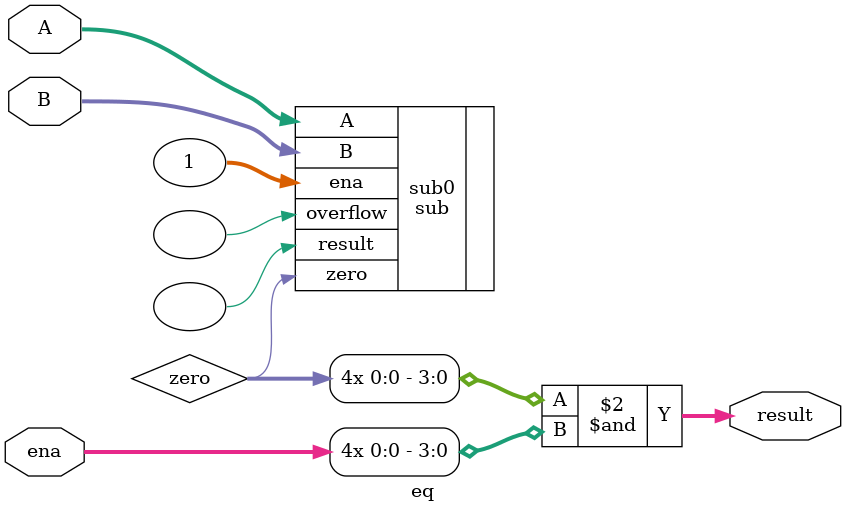
<source format=v>
module eq(
    input [3:0] A,
    input [3:0] B,
    input 		ena,

    output [3:0] result
);

wire        zero;

sub sub0 (
    .A(A),
    .B(B),
    .ena(1),
    .result(),
    .zero(zero),
    .overflow()
);

assign result = {4{zero}} & {4{ena}};

endmodule
</source>
